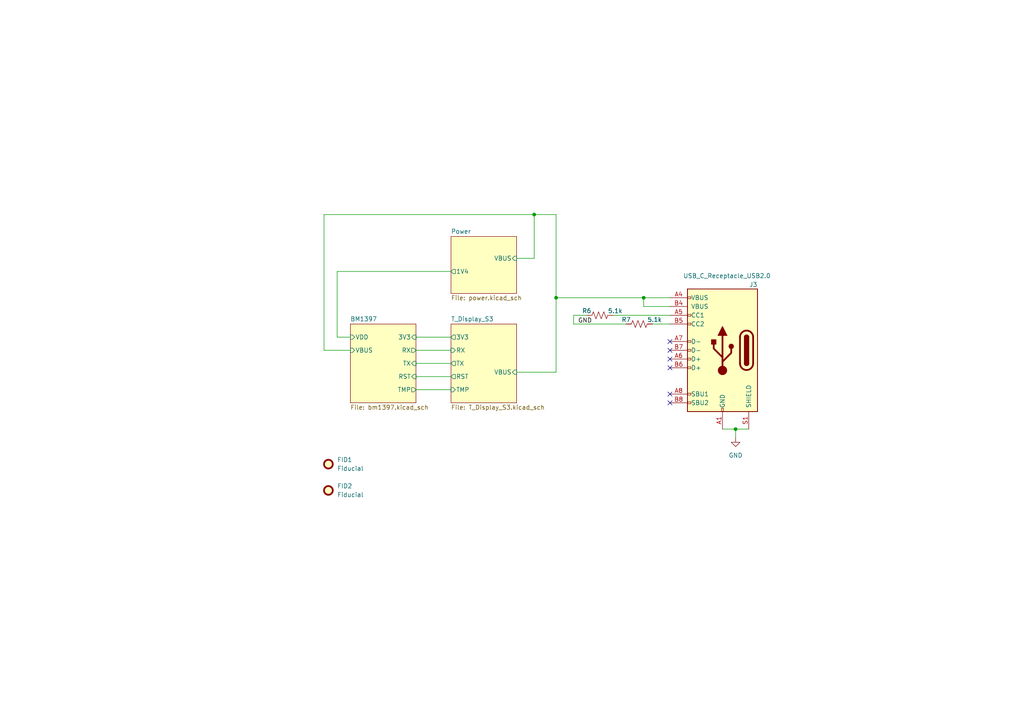
<source format=kicad_sch>
(kicad_sch (version 20231120) (generator "eeschema") (generator_version "8.0")
  (paper "A4")
  (title_block (title "NerdNOS") (date "2024-04-05") (rev "1"))
  (lib_symbols
    (symbol "Device:R_US" (pin_numbers hide) (pin_names (offset 0))
      (property "Reference" "R" (at 2.54 0 90))
      (property "Value" "R_US" (at -2.54 0 90))
      (symbol "R_US_0_1"
        (polyline (pts (xy 0 -2.286) (xy 0 -2.54)))
        (polyline (pts (xy 0 2.286) (xy 0 2.54)))
        (polyline (pts (xy 0 -0.762) (xy 1.016 -1.143) (xy 0 -1.524) (xy -1.016 -1.905) (xy 0 -2.286)))
        (polyline (pts (xy 0 0.762) (xy 1.016 0.381) (xy 0 0) (xy -1.016 -0.381) (xy 0 -0.762)))
        (polyline (pts (xy 0 2.286) (xy 1.016 1.905) (xy 0 1.524) (xy -1.016 1.143) (xy 0 0.762)))
      )
      (symbol "R_US_1_1"
        (pin passive line (at 0 3.81 270) (length 1.27) (name "~") (number "1"))
        (pin passive line (at 0 -3.81 90) (length 1.27) (name "~") (number "2"))
      )
    )
    (symbol "Mechanical:Fiducial" (exclude_from_sim yes) (in_bom no)
      (property "Reference" "FID" (at 0 5.08 0))
      (property "Value" "Fiducial" (at 0 3.175 0))
      (symbol "Fiducial_0_1"
        (circle (center 0 0) (radius 1.27) (stroke (width 0.508)) (fill (type background)))
      )
    )
    (symbol "bitaxe:USB_C_Receptacle_USB2.0" (pin_names (offset 1.016))
      (property "Reference" "J" (at -10.16 19.05 0))
      (property "Value" "USB_C_Receptacle_USB2.0" (at 19.05 19.05 0))
      (symbol "USB_C_Receptacle_USB2.0_0_0"
        (rectangle (start -0.254 -17.78) (end 0.254 -16.764))
        (rectangle (start 10.16 -14.986) (end 9.144 -15.494))
        (rectangle (start 10.16 -12.446) (end 9.144 -12.954))
        (rectangle (start 10.16 -4.826) (end 9.144 -5.334))
        (rectangle (start 10.16 -2.286) (end 9.144 -2.794))
        (rectangle (start 10.16 0.254) (end 9.144 -0.254))
        (rectangle (start 10.16 2.794) (end 9.144 2.286))
        (rectangle (start 10.16 7.874) (end 9.144 7.366))
        (rectangle (start 10.16 10.414) (end 9.144 9.906))
        (rectangle (start 10.16 15.494) (end 9.144 14.986))
      )
      (symbol "USB_C_Receptacle_USB2.0_0_1"
        (rectangle (start -10.16 17.78) (end 10.16 -17.78) (stroke (width 0.254)) (fill (type background)))
        (arc (start -8.89 -3.81) (mid -6.985 -5.7067) (end -5.08 -3.81) (stroke (width 0.508)))
        (arc (start -7.62 -3.81) (mid -6.985 -4.4423) (end -6.35 -3.81) (stroke (width 0.254)))
        (arc (start -7.62 -3.81) (mid -6.985 -4.4423) (end -6.35 -3.81) (stroke (width 0.254)) (fill (type outline)))
        (rectangle (start -7.62 -3.81) (end -6.35 3.81) (stroke (width 0.254)) (fill (type outline)))
        (arc (start -6.35 3.81) (mid -6.985 4.4423) (end -7.62 3.81) (stroke (width 0.254)))
        (arc (start -6.35 3.81) (mid -6.985 4.4423) (end -7.62 3.81) (stroke (width 0.254)) (fill (type outline)))
        (arc (start -5.08 3.81) (mid -6.985 5.7067) (end -8.89 3.81) (stroke (width 0.508)))
        (circle (center -2.54 1.143) (radius 0.635) (stroke (width 0.254)) (fill (type outline)))
        (circle (center 0 -5.842) (radius 1.27) (fill (type outline)))
        (polyline (pts (xy -8.89 -3.81) (xy -8.89 3.81)) (stroke (width 0.508)))
        (polyline (pts (xy -5.08 3.81) (xy -5.08 -3.81)) (stroke (width 0.508)))
        (polyline (pts (xy 0 -5.842) (xy 0 4.318)) (stroke (width 0.508)))
        (polyline (pts (xy 0 -3.302) (xy -2.54 -0.762) (xy -2.54 0.508)) (stroke (width 0.508)))
        (polyline (pts (xy 0 -2.032) (xy 2.54 0.508) (xy 2.54 1.778)) (stroke (width 0.508)))
        (polyline (pts (xy -1.27 4.318) (xy 0 6.858) (xy 1.27 4.318) (xy -1.27 4.318)) (stroke (width 0.254)) (fill (type outline)))
        (rectangle (start 1.905 1.778) (end 3.175 3.048) (stroke (width 0.254)) (fill (type outline)))
      )
      (symbol "USB_C_Receptacle_USB2.0_1_1"
        (pin passive line (at 0 -22.86 90) (length 5.08) (name "GND") (number "A1"))
        (pin power_out line (at 15.24 15.24 180) (length 5.08) (name "VBUS") (number "A4"))
        (pin bidirectional line (at 15.24 10.16 180) (length 5.08) (name "CC1") (number "A5"))
        (pin bidirectional line (at 15.24 -2.54 180) (length 5.08) (name "D+") (number "A6"))
        (pin bidirectional line (at 15.24 2.54 180) (length 5.08) (name "D-") (number "A7"))
        (pin bidirectional line (at 15.24 -12.7 180) (length 5.08) (name "SBU1") (number "A8"))
        (pin passive line (at 0 -22.86 90) (length 5.08) hide (name "GND") (number "B1"))
        (pin passive line (at 15.24 12.7 180) (length 5.08) (name "VBUS") (number "B4"))
        (pin bidirectional line (at 15.24 7.62 180) (length 5.08) (name "CC2") (number "B5"))
        (pin bidirectional line (at 15.24 -5.08 180) (length 5.08) (name "D+") (number "B6"))
        (pin bidirectional line (at 15.24 0 180) (length 5.08) (name "D-") (number "B7"))
        (pin bidirectional line (at 15.24 -15.24 180) (length 5.08) (name "SBU2") (number "B8"))
        (pin passive line (at -7.62 -22.86 90) (length 5.08) (name "SHIELD") (number "S1"))
      )
    )
    (symbol "power:GND" (power) (pin_numbers hide) (pin_names (offset 0) hide)
      (property "Value" "GND" (at 0 -3.81 0))
      (symbol "GND_0_1"
        (polyline (pts (xy 0 0) (xy 0 -1.27) (xy 1.27 -1.27) (xy 0 -2.54) (xy -1.27 -1.27) (xy 0 -1.27)))
      )
      (symbol "GND_1_1"
        (pin power_in line (at 0 0 270) (length 0) (name "~") (number "1"))
      )
    )
  )
  (junction (at 154.94 62.23))
  (junction (at 213.36 124.46))
  (junction (at 161.29 86.36))
  (junction (at 186.69 86.36))
  (no_connect (at 194.31 101.6))
  (no_connect (at 194.31 99.06))
  (no_connect (at 194.31 106.68))
  (no_connect (at 194.31 114.3))
  (no_connect (at 194.31 104.14))
  (no_connect (at 194.31 116.84))
  (wire (pts (xy 120.65 113.03) (xy 130.81 113.03)))
  (wire (pts (xy 189.23 93.98) (xy 194.31 93.98)))
  (wire (pts (xy 93.98 101.6) (xy 101.6 101.6)))
  (wire (pts (xy 120.65 109.22) (xy 130.81 109.22)))
  (wire (pts (xy 181.61 93.98) (xy 166.37 93.98)))
  (wire (pts (xy 154.94 74.93) (xy 154.94 62.23)))
  (wire (pts (xy 130.81 78.74) (xy 97.79 78.74)))
  (wire (pts (xy 166.37 93.98) (xy 166.37 91.44)))
  (wire (pts (xy 93.98 62.23) (xy 93.98 101.6)))
  (wire (pts (xy 120.65 101.6) (xy 130.81 101.6)))
  (wire (pts (xy 120.65 105.41) (xy 130.81 105.41)))
  (wire (pts (xy 186.69 86.36) (xy 186.69 88.9)))
  (wire (pts (xy 186.69 88.9) (xy 194.31 88.9)))
  (wire (pts (xy 93.98 62.23) (xy 154.94 62.23)))
  (wire (pts (xy 177.8 91.44) (xy 194.31 91.44)))
  (wire (pts (xy 120.65 97.79) (xy 130.81 97.79)))
  (wire (pts (xy 149.86 107.95) (xy 161.29 107.95)))
  (wire (pts (xy 161.29 86.36) (xy 161.29 107.95)))
  (wire (pts (xy 213.36 124.46) (xy 213.36 127)))
  (wire (pts (xy 97.79 78.74) (xy 97.79 97.79)))
  (wire (pts (xy 161.29 62.23) (xy 154.94 62.23)))
  (wire (pts (xy 161.29 62.23) (xy 161.29 86.36)))
  (wire (pts (xy 161.29 86.36) (xy 186.69 86.36)))
  (wire (pts (xy 209.55 124.46) (xy 213.36 124.46)))
  (wire (pts (xy 149.86 74.93) (xy 154.94 74.93)))
  (wire (pts (xy 97.79 97.79) (xy 101.6 97.79)))
  (wire (pts (xy 213.36 124.46) (xy 217.17 124.46)))
  (wire (pts (xy 166.37 91.44) (xy 170.18 91.44)))
  (wire (pts (xy 186.69 86.36) (xy 194.31 86.36)))
  (label "GND" (at 167.64 93.98 0))
  (symbol (lib_id "bitaxe:USB_C_Receptacle_USB2.0") (at 209.55 101.6 0) (mirror y) (unit 1)
    (property "Reference" "J3" (at 219.71 82.55 0) (effects (justify left)))
    (property "Value" "USB_C_Receptacle_USB2.0" (at 198.12 80.01 0) (effects (justify right)))
    (property "Footprint" "Connector_USB:USB_C_Receptacle_GCT_USB4105-xx-A_16P_TopMnt_Horizontal" (effects (hide yes)))
    (property "Datasheet" "https://www.usb.org/sites/default/files/documents/usb_type-c.zip" (effects (hide yes)))
    (property "Description" "USB 2.0-only Type-C Receptacle connector" (effects (hide yes)))
    (property "DK" "2073-USB4105-GF-ACT-ND" (effects (hide yes)))
    (property "PARTNO" "USB4105-GF-A" (effects (hide yes)))
  )
  (symbol (lib_id "power:GND") (at 213.36 127 0) (unit 1)
    (property "Reference" "#PWR04" (effects (hide yes)))
    (property "Value" "GND" (at 213.36 132.08 0))
    (property "Description" "Power symbol creates a global label with name \"GND\" , ground" (effects (hide yes)))
  )
  (symbol (lib_id "Device:R_US") (at 173.99 91.44 90) (unit 1)
    (property "Reference" "R6" (at 170.18 90.17 90))
    (property "Value" "5.1k" (at 178.435 90.17 90))
    (property "Footprint" "Resistor_SMD:R_0402_1005Metric" (effects (hide yes)))
    (property "DK" "RMCF0402JT5K10CT-ND" (effects (hide yes)))
    (property "PARTNO" "RMCF0402JT5K10" (effects (hide yes)))
  )
  (symbol (lib_id "Mechanical:Fiducial") (at 95.25 142.24 0) (unit 1) (exclude_from_sim yes) (in_bom no)
    (property "Reference" "FID2" (at 97.79 140.9699 0) (effects (justify left)))
    (property "Value" "Fiducial" (at 97.79 143.5099 0) (effects (justify left)))
    (property "Footprint" "Fiducial:Fiducial_1mm_Mask2mm" (effects (hide yes)))
    (property "Description" "Fiducial Marker" (effects (hide yes)))
  )
  (symbol (lib_id "Device:R_US") (at 185.42 93.98 90) (unit 1)
    (property "Reference" "R7" (at 181.61 92.71 90))
    (property "Value" "5.1k" (at 189.865 92.71 90))
    (property "Footprint" "Resistor_SMD:R_0402_1005Metric" (effects (hide yes)))
    (property "DK" "RMCF0402JT5K10CT-ND" (effects (hide yes)))
    (property "PARTNO" "RMCF0402JT5K10" (effects (hide yes)))
  )
  (symbol (lib_id "Mechanical:Fiducial") (at 95.25 134.62 0) (unit 1) (exclude_from_sim yes) (in_bom no)
    (property "Reference" "FID1" (at 97.79 133.3499 0) (effects (justify left)))
    (property "Value" "Fiducial" (at 97.79 135.8899 0) (effects (justify left)))
    (property "Footprint" "Fiducial:Fiducial_1mm_Mask2mm" (effects (hide yes)))
    (property "Description" "Fiducial Marker" (effects (hide yes)))
  )
  (sheet (at 101.6 93.98) (size 19.05 22.86) (stroke (width 0.1524)) (fill (color 255 255 194 1.0000))
    (property "Sheetname" "BM1397" (at 101.6 93.2684 0) (effects (justify left bottom)))
    (property "Sheetfile" "bm1397.kicad_sch" (at 101.6 117.4246 0) (effects (justify left top)))
    (pin "VDD" input (at 101.6 97.79 180))
    (pin "TX" input (at 120.65 105.41 0))
    (pin "3V3" input (at 120.65 97.79 0))
    (pin "RX" output (at 120.65 101.6 0))
    (pin "RST" input (at 120.65 109.22 0))
    (pin "VBUS" input (at 101.6 101.6 180))
    (pin "TMP" output (at 120.65 113.03 0))
  )
  (sheet (at 130.81 68.58) (size 19.05 16.51) (stroke (width 0.1524)) (fill (color 255 255 194 1.0000))
    (property "Sheetname" "Power" (at 130.81 67.8684 0) (effects (justify left bottom)))
    (property "Sheetfile" "power.kicad_sch" (at 130.81 85.6746 0) (effects (justify left top)))
    (pin "VBUS" input (at 149.86 74.93 0))
    (pin "1V4" output (at 130.81 78.74 180))
  )
  (sheet (at 130.81 93.98) (size 19.05 22.86) (stroke (width 0.1524)) (fill (color 255 255 194 1.0000))
    (property "Sheetname" "T_Display_S3" (at 130.81 93.2684 0) (effects (justify left bottom)))
    (property "Sheetfile" "T_Display_S3.kicad_sch" (at 130.81 117.4246 0) (effects (justify left top)))
    (pin "VBUS" input (at 149.86 107.95 0))
    (pin "RX" input (at 130.81 101.6 180))
    (pin "TX" output (at 130.81 105.41 180))
    (pin "RST" output (at 130.81 109.22 180))
    (pin "3V3" output (at 130.81 97.79 180))
    (pin "TMP" input (at 130.81 113.03 180))
  )
)
</source>
